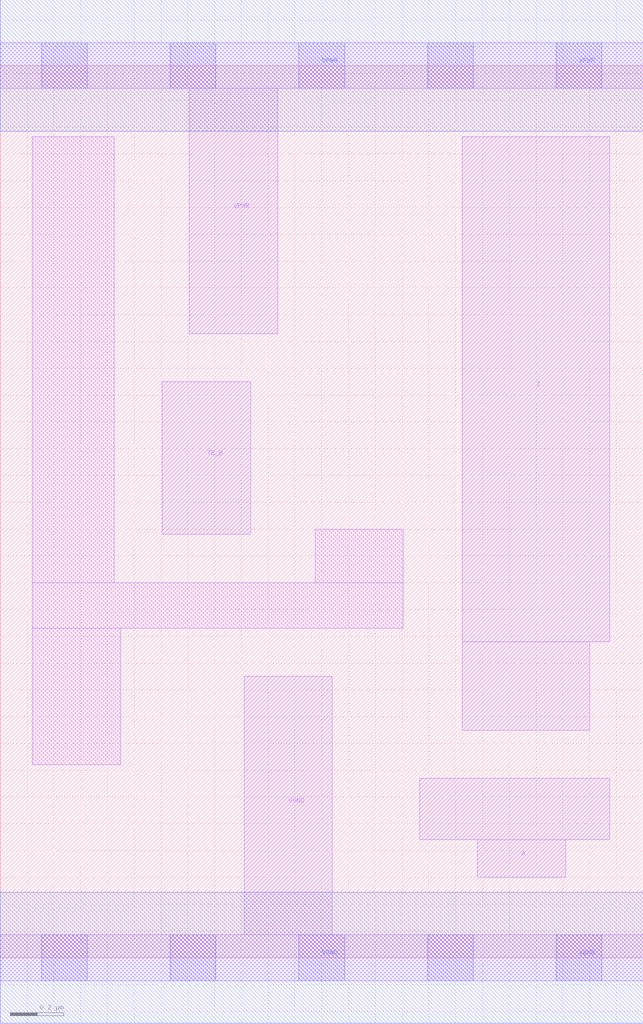
<source format=lef>
# Copyright 2020 The SkyWater PDK Authors
#
# Licensed under the Apache License, Version 2.0 (the "License");
# you may not use this file except in compliance with the License.
# You may obtain a copy of the License at
#
#     https://www.apache.org/licenses/LICENSE-2.0
#
# Unless required by applicable law or agreed to in writing, software
# distributed under the License is distributed on an "AS IS" BASIS,
# WITHOUT WARRANTIES OR CONDITIONS OF ANY KIND, either express or implied.
# See the License for the specific language governing permissions and
# limitations under the License.
#
# SPDX-License-Identifier: Apache-2.0

VERSION 5.7 ;
  NAMESCASESENSITIVE ON ;
  NOWIREEXTENSIONATPIN ON ;
  DIVIDERCHAR "/" ;
  BUSBITCHARS "[]" ;
UNITS
  DATABASE MICRONS 200 ;
END UNITS
MACRO sky130_fd_sc_lp__einvn_lp
  CLASS CORE ;
  SOURCE USER ;
  FOREIGN sky130_fd_sc_lp__einvn_lp ;
  ORIGIN  0.000000  0.000000 ;
  SIZE  2.400000 BY  3.330000 ;
  SYMMETRY X Y R90 ;
  SITE unit ;
  PIN A
    ANTENNAGATEAREA  0.313000 ;
    DIRECTION INPUT ;
    USE SIGNAL ;
    PORT
      LAYER li1 ;
        RECT 1.565000 0.440000 2.275000 0.670000 ;
        RECT 1.780000 0.300000 2.110000 0.440000 ;
    END
  END A
  PIN TE_B
    ANTENNAGATEAREA  0.626000 ;
    DIRECTION INPUT ;
    USE SIGNAL ;
    PORT
      LAYER li1 ;
        RECT 0.605000 1.580000 0.935000 2.150000 ;
    END
  END TE_B
  PIN Z
    ANTENNADIFFAREA  0.404700 ;
    DIRECTION OUTPUT ;
    USE SIGNAL ;
    PORT
      LAYER li1 ;
        RECT 1.725000 0.850000 2.200000 1.180000 ;
        RECT 1.725000 1.180000 2.275000 3.065000 ;
    END
  END Z
  PIN VGND
    DIRECTION INOUT ;
    USE GROUND ;
    PORT
      LAYER li1 ;
        RECT 0.000000 -0.085000 2.400000 0.085000 ;
        RECT 0.910000  0.085000 1.240000 1.050000 ;
      LAYER mcon ;
        RECT 0.155000 -0.085000 0.325000 0.085000 ;
        RECT 0.635000 -0.085000 0.805000 0.085000 ;
        RECT 1.115000 -0.085000 1.285000 0.085000 ;
        RECT 1.595000 -0.085000 1.765000 0.085000 ;
        RECT 2.075000 -0.085000 2.245000 0.085000 ;
      LAYER met1 ;
        RECT 0.000000 -0.245000 2.400000 0.245000 ;
    END
  END VGND
  PIN VPWR
    DIRECTION INOUT ;
    USE POWER ;
    PORT
      LAYER li1 ;
        RECT 0.000000 3.245000 2.400000 3.415000 ;
        RECT 0.705000 2.330000 1.035000 3.245000 ;
      LAYER mcon ;
        RECT 0.155000 3.245000 0.325000 3.415000 ;
        RECT 0.635000 3.245000 0.805000 3.415000 ;
        RECT 1.115000 3.245000 1.285000 3.415000 ;
        RECT 1.595000 3.245000 1.765000 3.415000 ;
        RECT 2.075000 3.245000 2.245000 3.415000 ;
      LAYER met1 ;
        RECT 0.000000 3.085000 2.400000 3.575000 ;
    END
  END VPWR
  OBS
    LAYER li1 ;
      RECT 0.120000 0.720000 0.450000 1.230000 ;
      RECT 0.120000 1.230000 1.505000 1.400000 ;
      RECT 0.120000 1.400000 0.425000 3.065000 ;
      RECT 1.175000 1.400000 1.505000 1.600000 ;
  END
END sky130_fd_sc_lp__einvn_lp

</source>
